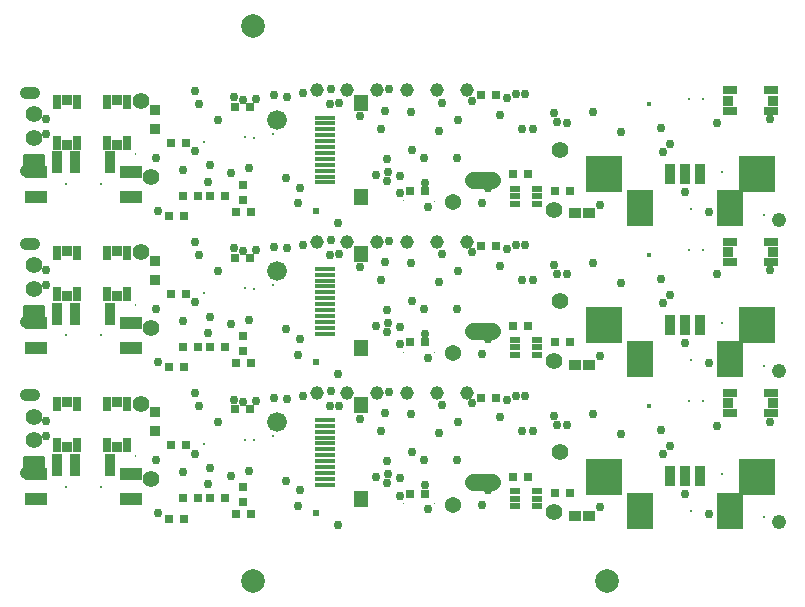
<source format=gbs>
%FSTAX24Y24*%
%MOIN*%
%IN MASK2.GBR *%
%ADD10C,0.0040*%
%ADD11C,0.0060*%
%ADD12C,0.0079*%
%ADD13C,0.0080*%
%ADD14C,0.0090*%
%ADD15C,0.0099*%
%ADD16C,0.0140*%
%ADD17C,0.0160*%
%ADD18C,0.0240*%
%ADD19C,0.0300*%
%ADD20C,0.0460*%
%ADD21C,0.0480*%
%ADD22C,0.0540*%
%ADD23C,0.0560*%
%ADD24C,0.0660*%
%ADD25C,0.0787*%
%ADD26O,0.0690X0.0414*%
%ADD27R,0.0010X0.0010*%
%ADD28R,0.0260X0.0310*%
%ADD29R,0.0277X0.0454*%
%ADD30R,0.0310X0.0260*%
%ADD31R,0.0336X0.0336*%
%ADD32R,0.0355X0.0217*%
%ADD33R,0.0375X0.0375*%
%ADD34R,0.0375X0.0690*%
%ADD35R,0.0375X0.0729*%
%ADD36R,0.0414X0.0336*%
%ADD37R,0.0454X0.0277*%
%ADD38R,0.0454X0.0572*%
%ADD39R,0.0651X0.0178*%
%ADD40R,0.0729X0.0414*%
%ADD41R,0.0887X0.1241*%
%ADD42R,0.1241X0.1241*%
D25*X007874Y002362D03*Y020866D03*X019685Y002362D03*D30*
X00782Y004588D03*X00732D03*X01599Y008468D03*X01549D03*X016549Y00583D03*
X017049D03*X005557Y005118D03*X006057D03*D33*X004621Y007973D03*
Y007343D03*D36*X018622Y004528D03*X019094D03*D26*X00043Y008545D03*
Y005946D03*D39*X010288Y005558D03*Y00733D03*Y007526D03*Y007723D03*
Y005755D03*Y005952D03*Y006148D03*Y006345D03*Y006542D03*Y006739D03*
Y006936D03*Y007133D03*D38*X011489Y008205D03*Y005076D03*D17*
X021063Y008189D03*D13*X024902Y004488D03*X023524Y005906D03*
X022475Y004686D03*D34*X02277Y005841D03*X022278D03*X021786D03*D41*
X020782Y0047D03*X023774D03*D42*X019572Y005835D03*X02469D03*D30*
X005631Y006873D03*X005131D03*X017953Y005276D03*X018453D03*
X013106Y005269D03*X013606D03*X007278Y008072D03*X007778D03*D28*
X00754Y004988D03*Y005488D03*D30*X00558Y004432D03*X00508D03*
X006443Y005118D03*X006943D03*D35*X003116Y006228D03*X001935D03*
X001345D03*D40*X003805Y005087D03*Y005913D03*X000656D03*Y005087D03*D15*
X002821Y0055D03*X00164D03*D29*X00135Y008248D03*Y00687D03*
X00202Y008248D03*Y00687D03*D31*X001685Y008307D03*Y006811D03*D29*
X003Y008248D03*Y00687D03*X003669Y008248D03*Y00687D03*D31*
X003335Y008307D03*Y006811D03*D37*X023772Y007955D03*X02515D03*
X023772Y008625D03*X02515D03*D31*X023713Y00829D03*X025209D03*D20*
X015006Y008626D03*D23*X01811Y006654D03*D21*X025412Y004307D03*D23*
X017913Y004646D03*D22*X01453Y004897D03*D23*X004134Y008268D03*
X004488Y005752D03*D20*X014006Y008626D03*X013006D03*X012006D03*
X011006D03*X010006D03*D24*X00867Y007657D03*D23*X000591Y007835D03*
Y007047D03*D32*X016614Y004843D03*Y005098D03*Y005354D03*X017362D03*
Y005098D03*Y004843D03*D19*X009373Y004862D03*X000984Y007686D03*
Y007174D03*X01633Y008378D03*X019449Y004803D03*X022278Y005251D03*
X021772Y00685D03*X02307Y004588D03*X025394Y004291D03*X02014Y007238D03*
D14*X0224Y008348D03*D19*X018339Y007541D03*X01922Y007908D03*
X0137Y004738D03*X005951Y008605D03*X006071Y008185D03*X01664Y008518D03*
X01695Y008508D03*X018009Y007561D03*X016836Y007352D03*X021479Y007381D03*
X00639Y005578D03*X00426Y008218D03*X005548Y005972D03*X00594Y006597D03*
D12*X006235Y006903D03*D19*X006453Y006127D03*X00723Y008398D03*
X007548Y008322D03*X007751Y006028D03*D12*X007621Y007068D03*D19*
X010469Y008688D03*X008971Y005698D03*D12*X00792Y007037D03*D19*
X006728Y007642D03*X009531Y008528D03*X009025Y008403D03*D14*
X02288Y008348D03*D19*X007136Y005866D03*X007978Y008342D03*
X00858Y008458D03*X01043Y008185D03*X010731Y008198D03*D14*
X00855Y007187D03*D19*X009436Y005376D03*D18*X00999Y004607D03*D19*
X011968Y005817D03*X012343Y005619D03*X010706Y004219D03*
X017919Y007861D03*X0147Y007648D03*X014671Y006378D03*X015501Y004878D03*
X004648Y006378D03*D27*X012928Y004927D03*X013937Y004921D03*D19*
X011452Y007765D03*X01234Y006348D03*X01241Y008658D03*X012383Y005919D03*
X012279Y007954D03*X01279Y005778D03*X0157Y005378D03*X013626Y005549D03*
X013192Y00665D03*X025127Y007665D03*X023358Y007534D03*X013566Y00638D03*
X017221Y007338D03*X01612Y007808D03*X012131Y007348D03*D11*
X015383Y006139D03*D19*X012788Y005197D03*X004712Y004603D03*
X014191Y008218D03*X021533Y006572D03*X015186Y008279D03*X01314Y007918D03*
X014093Y007271D03*D30*X00782Y009627D03*X00732D03*X01599Y013507D03*
X01549D03*X016549Y010869D03*X017049D03*X005557Y010157D03*X006057D03*
D33*X004621Y013012D03*Y012382D03*D36*X018622Y009567D03*X019094D03*D26*
X00043Y013584D03*Y010986D03*D39*X010288Y010597D03*Y012369D03*
Y012566D03*Y012763D03*Y010794D03*Y010991D03*Y011188D03*Y011385D03*
Y011581D03*Y011778D03*Y011975D03*Y012172D03*D38*X011489Y013245D03*
Y010115D03*D17*X021063Y013228D03*D13*X024902Y009528D03*
X023524Y010945D03*X022475Y009725D03*D34*X02277Y010881D03*X022278D03*
X021786D03*D41*X020782Y009739D03*X023774D03*D42*X019572Y010874D03*
X02469D03*D30*X005631Y011912D03*X005131D03*X017953Y010315D03*
X018453D03*X013106Y010308D03*X013606D03*X007278Y013111D03*X007778D03*
D28*X00754Y010027D03*Y010527D03*D30*X00558Y009471D03*X00508D03*
X006443Y010157D03*X006943D03*D35*X003116Y011268D03*X001935D03*
X001345D03*D40*X003805Y010126D03*Y010953D03*X000656D03*Y010126D03*D15*
X002821Y010539D03*X00164D03*D29*X00135Y013287D03*Y011909D03*
X00202Y013287D03*Y011909D03*D31*X001685Y013346D03*Y01185D03*D29*
X003Y013287D03*Y011909D03*X003669Y013287D03*Y011909D03*D31*
X003335Y013346D03*Y01185D03*D37*X023772Y012995D03*X02515D03*
X023772Y013664D03*X02515D03*D31*X023713Y013329D03*X025209D03*D20*
X015006Y013665D03*D23*X01811Y011693D03*D21*X025412Y009346D03*D23*
X017913Y009685D03*D22*X01453Y009936D03*D23*X004134Y013307D03*
X004488Y010791D03*D20*X014006Y013665D03*X013006D03*X012006D03*
X011006D03*X010006D03*D24*X00867Y012696D03*D23*X000591Y012874D03*
Y012087D03*D32*X016614Y009882D03*Y010138D03*Y010394D03*X017362D03*
Y010138D03*Y009882D03*D19*X009373Y009901D03*X000984Y012726D03*
Y012214D03*X01633Y013417D03*X019449Y009843D03*X022278Y01029D03*
X021772Y01189D03*X02307Y009627D03*X025394Y009331D03*X02014Y012277D03*
D14*X0224Y013387D03*D19*X018339Y01258D03*X01922Y012947D03*
X0137Y009777D03*X005951Y013644D03*X006071Y013224D03*X01664Y013557D03*
X01695Y013547D03*X018009Y0126D03*X016836Y012392D03*X021479Y01242D03*
X00639Y010617D03*X00426Y013257D03*X005548Y011011D03*X00594Y011636D03*
D12*X006235Y011942D03*D19*X006453Y011166D03*X00723Y013437D03*
X007548Y013361D03*X007751Y011067D03*D12*X007621Y012107D03*D19*
X010469Y013727D03*X008971Y010737D03*D12*X00792Y012076D03*D19*
X006728Y012681D03*X009531Y013567D03*X009025Y013442D03*D14*
X02288Y013387D03*D19*X007136Y010905D03*X007978Y013381D03*
X00858Y013497D03*X01043Y013224D03*X010731Y013237D03*D14*
X00855Y012226D03*D19*X009436Y010415D03*D18*X00999Y009646D03*D19*
X011968Y010856D03*X012343Y010658D03*X010706Y009258D03*X017919Y0129D03*
X0147Y012687D03*X014671Y011417D03*X015501Y009917D03*X004648Y011417D03*
D27*X012928Y009966D03*X013937Y009961D03*D19*X011452Y012804D03*
X01234Y011387D03*X01241Y013697D03*X012383Y010958D03*X012279Y012993D03*
X01279Y010817D03*X0157Y010417D03*X013626Y010588D03*X013192Y011689D03*
X025127Y012704D03*X023358Y012573D03*X013566Y011419D03*
X017221Y012377D03*X01612Y012847D03*X012131Y012387D03*D11*
X015383Y011178D03*D19*X012788Y010236D03*X004712Y009642D03*
X014191Y013257D03*X021533Y011611D03*X015186Y013318D03*X01314Y012957D03*
X014093Y01231D03*D30*X00782Y014666D03*X00732D03*X01599Y018546D03*
X01549D03*X016549Y015909D03*X017049D03*X005557Y015197D03*X006057D03*
D33*X004621Y018051D03*Y017421D03*D36*X018622Y014606D03*X019094D03*D26*
X00043Y018624D03*Y016025D03*D39*X010288Y015637D03*Y017408D03*
Y017605D03*Y017802D03*Y015833D03*Y01603D03*Y016227D03*Y016424D03*
Y016621D03*Y016818D03*Y017015D03*Y017211D03*D38*X011489Y018284D03*
Y015154D03*D17*X021063Y018268D03*D13*X024902Y014567D03*
X023524Y015984D03*X022475Y014765D03*D34*X02277Y01592D03*X022278D03*
X021786D03*D41*X020782Y014778D03*X023774D03*D42*X019572Y015913D03*
X02469D03*D30*X005631Y016951D03*X005131D03*X017953Y015354D03*
X018453D03*X013106Y015347D03*X013606D03*X007278Y01815D03*X007778D03*
D28*X00754Y015066D03*Y015566D03*D30*X00558Y01451D03*X00508D03*
X006443Y015197D03*X006943D03*D35*X003116Y016307D03*X001935D03*
X001345D03*D40*X003805Y015165D03*Y015992D03*X000656D03*Y015165D03*D15*
X002821Y015579D03*X00164D03*D29*X00135Y018327D03*Y016949D03*
X00202Y018327D03*Y016949D03*D31*X001685Y018386D03*Y01689D03*D29*
X003Y018327D03*Y016949D03*X003669Y018327D03*Y016949D03*D31*
X003335Y018386D03*Y01689D03*D37*X023772Y018034D03*X02515D03*
X023772Y018703D03*X02515D03*D31*X023713Y018369D03*X025209D03*D20*
X015006Y018705D03*D23*X01811Y016732D03*D21*X025412Y014385D03*D23*
X017913Y014724D03*D22*X01453Y014976D03*D23*X004134Y018346D03*
X004488Y015831D03*D20*X014006Y018705D03*X013006D03*X012006D03*
X011006D03*X010006D03*D24*X00867Y017735D03*D23*X000591Y017913D03*
Y017126D03*D32*X016614Y014921D03*Y015177D03*Y015433D03*X017362D03*
Y015177D03*Y014921D03*D19*X009373Y01494D03*X000984Y017765D03*
Y017253D03*X01633Y018456D03*X019449Y014882D03*X022278Y015329D03*
X021772Y016929D03*X02307Y014666D03*X025394Y01437D03*X02014Y017316D03*
D14*X0224Y018426D03*D19*X018339Y017619D03*X01922Y017986D03*
X0137Y014816D03*X005951Y018683D03*X006071Y018263D03*X01664Y018596D03*
X01695Y018586D03*X018009Y017639D03*X016836Y017431D03*X021479Y017459D03*
X00639Y015656D03*X00426Y018296D03*X005548Y016051D03*X00594Y016675D03*
D12*X006235Y016981D03*D19*X006453Y016205D03*X00723Y018476D03*
X007548Y0184D03*X007751Y016106D03*D12*X007621Y017146D03*D19*
X010469Y018766D03*X008971Y015776D03*D12*X00792Y017115D03*D19*
X006728Y01772D03*X009531Y018606D03*X009025Y018481D03*D14*
X02288Y018426D03*D19*X007136Y015945D03*X007978Y01842D03*
X00858Y018536D03*X01043Y018263D03*X010731Y018276D03*D14*
X00855Y017265D03*D19*X009436Y015454D03*D18*X00999Y014685D03*D19*
X011968Y015895D03*X012343Y015697D03*X010706Y014297D03*
X017919Y017939D03*X0147Y017726D03*X014671Y016456D03*X015501Y014956D03*
X004648Y016456D03*D27*X012928Y015005D03*X013937Y015D03*D19*
X011452Y017843D03*X01234Y016426D03*X01241Y018736D03*X012383Y015997D03*
X012279Y018032D03*X01279Y015856D03*X0157Y015456D03*X013626Y015627D03*
X013192Y016728D03*X025127Y017744D03*X023358Y017612D03*
X013566Y016458D03*X017221Y017416D03*X01612Y017886D03*X012131Y017426D03*
D11*X015383Y016217D03*D19*X012788Y015275D03*X004712Y014681D03*
X014191Y018296D03*X021533Y01665D03*X015186Y018357D03*X01314Y017996D03*
X014093Y017349D03*D10*X00393Y006508D02*G01Y006538D01*D16*
X000295Y006457D02*X000886D01*Y005866D01*X000295D01*Y006358D01*
X000886D01*X000295D02*Y006457D01*X000886Y006161D02*X000394D01*
X000295Y00626D02*X000886D01*X000787Y006161D02*Y005965D01*D23*
X015208Y005652D02*X015858D01*D10*X00393Y011547D02*Y011577D01*D16*
X000295Y011496D02*X000886D01*Y010906D01*X000295D01*Y011398D01*
X000886D01*X000295D02*Y011496D01*X000886Y011201D02*X000394D01*
X000295Y011299D02*X000886D01*X000787Y011201D02*Y011004D01*D23*
X015208Y010691D02*X015858D01*D10*X00393Y016586D02*Y016616D01*D16*
X000295Y016535D02*X000886D01*Y015945D01*X000295D01*Y016437D01*
X000886D01*X000295D02*Y016535D01*X000886Y01624D02*X000394D01*
X000295Y016339D02*X000886D01*X000787Y01624D02*Y016043D01*D23*
X015208Y015731D02*X015858D01*
M02*
</source>
